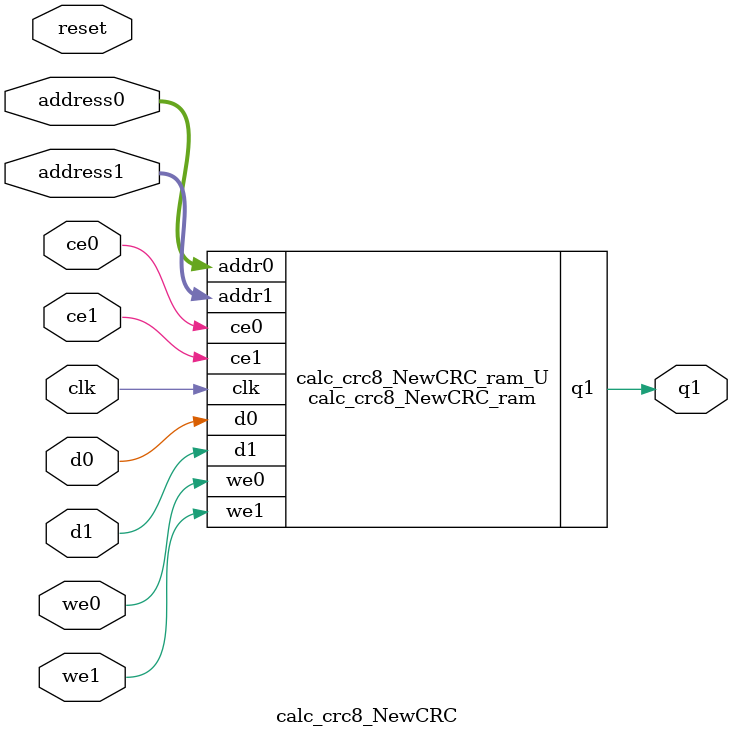
<source format=v>
`timescale 1 ns / 1 ps
module calc_crc8_NewCRC_ram (addr0, ce0, d0, we0, addr1, ce1, d1, we1, q1,  clk);

parameter DWIDTH = 1;
parameter AWIDTH = 3;
parameter MEM_SIZE = 8;

input[AWIDTH-1:0] addr0;
input ce0;
input[DWIDTH-1:0] d0;
input we0;
input[AWIDTH-1:0] addr1;
input ce1;
input[DWIDTH-1:0] d1;
input we1;
output reg[DWIDTH-1:0] q1;
input clk;

(* ram_style = "block" *)reg [DWIDTH-1:0] ram[0:MEM_SIZE-1];




always @(posedge clk)  
begin 
    if (ce0) 
    begin
        if (we0) 
        begin 
            ram[addr0] <= d0; 
        end 
    end
end


always @(posedge clk)  
begin 
    if (ce1) 
    begin
        if (we1) 
        begin 
            ram[addr1] <= d1; 
        end 
        q1 <= ram[addr1];
    end
end


endmodule

`timescale 1 ns / 1 ps
module calc_crc8_NewCRC(
    reset,
    clk,
    address0,
    ce0,
    we0,
    d0,
    address1,
    ce1,
    we1,
    d1,
    q1);

parameter DataWidth = 32'd1;
parameter AddressRange = 32'd8;
parameter AddressWidth = 32'd3;
input reset;
input clk;
input[AddressWidth - 1:0] address0;
input ce0;
input we0;
input[DataWidth - 1:0] d0;
input[AddressWidth - 1:0] address1;
input ce1;
input we1;
input[DataWidth - 1:0] d1;
output[DataWidth - 1:0] q1;



calc_crc8_NewCRC_ram calc_crc8_NewCRC_ram_U(
    .clk( clk ),
    .addr0( address0 ),
    .ce0( ce0 ),
    .we0( we0 ),
    .d0( d0 ),
    .addr1( address1 ),
    .ce1( ce1 ),
    .we1( we1 ),
    .d1( d1 ),
    .q1( q1 ));

endmodule


</source>
